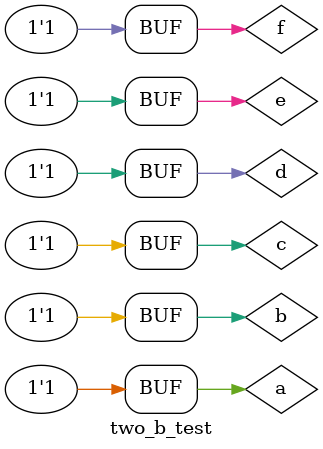
<source format=v>
`timescale 1ns / 1ps


module two_b_test;

	// Inputs
	reg a;
	reg b;
	reg c;
	reg d;
	reg e;
	reg f;

	// Outputs
	wire y;

	// Instantiate the Unit Under Test (UUT)
	two_b uut (
		.a(a), 
		.b(b), 
		.c(c), 
		.d(d), 
		.e(e), 
		.f(f), 
		.y(y)
	);

	initial begin
		// Initialize Inputs
		a = 0;
		b = 0;
		c = 0;
		d = 0;
		e = 0;
		f = 0;

		// Wait 100 ns for global reset to finish
		#10;
      repeat(63)
		  begin
		  #10;
		  a = a^(b&c&d&e&f);
		  b = b^(c&d&e&f);
		  c = c^(d&e&f);
		  d = d^(e&f);
		  e = e^(f);
		  f = f^1;
		  end
		// Add stimulus here

	end
      
endmodule


</source>
